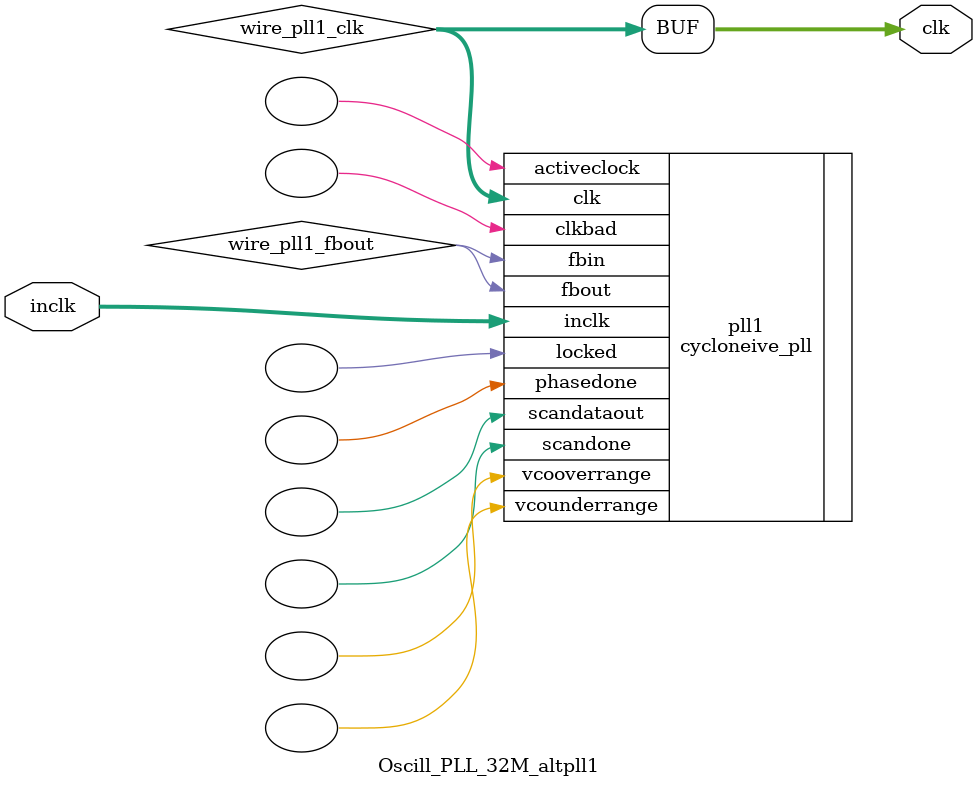
<source format=v>






//synthesis_resources = cycloneive_pll 1 
//synopsys translate_off
`timescale 1 ps / 1 ps
//synopsys translate_on
module  Oscill_PLL_32M_altpll1
	( 
	clk,
	inclk) /* synthesis synthesis_clearbox=1 */;
	output   [4:0]  clk;
	input   [1:0]  inclk;
`ifndef ALTERA_RESERVED_QIS
// synopsys translate_off
`endif
	tri0   [1:0]  inclk;
`ifndef ALTERA_RESERVED_QIS
// synopsys translate_on
`endif

	wire  [4:0]   wire_pll1_clk;
	wire  wire_pll1_fbout;

	cycloneive_pll   pll1
	( 
	.activeclock(),
	.clk(wire_pll1_clk),
	.clkbad(),
	.fbin(wire_pll1_fbout),
	.fbout(wire_pll1_fbout),
	.inclk(inclk),
	.locked(),
	.phasedone(),
	.scandataout(),
	.scandone(),
	.vcooverrange(),
	.vcounderrange()
	`ifndef FORMAL_VERIFICATION
	// synopsys translate_off
	`endif
	,
	.areset(1'b0),
	.clkswitch(1'b0),
	.configupdate(1'b0),
	.pfdena(1'b1),
	.phasecounterselect({3{1'b0}}),
	.phasestep(1'b0),
	.phaseupdown(1'b0),
	.scanclk(1'b0),
	.scanclkena(1'b1),
	.scandata(1'b0)
	`ifndef FORMAL_VERIFICATION
	// synopsys translate_on
	`endif
	);
	defparam
		pll1.bandwidth_type = "auto",
		pll1.clk0_divide_by = 25,
		pll1.clk0_duty_cycle = 50,
		pll1.clk0_multiply_by = 16,
		pll1.clk0_phase_shift = "0",
		pll1.clk1_divide_by = 2,
		pll1.clk1_duty_cycle = 50,
		pll1.clk1_multiply_by = 1,
		pll1.clk1_phase_shift = "0",
		pll1.compensate_clock = "clk0",
		pll1.inclk0_input_frequency = 20000,
		pll1.operation_mode = "normal",
		pll1.pll_type = "auto",
		pll1.lpm_type = "cycloneive_pll";
	assign
		clk = {wire_pll1_clk[4:0]};
endmodule //Oscill_PLL_32M_altpll1
//VALID FILE

</source>
